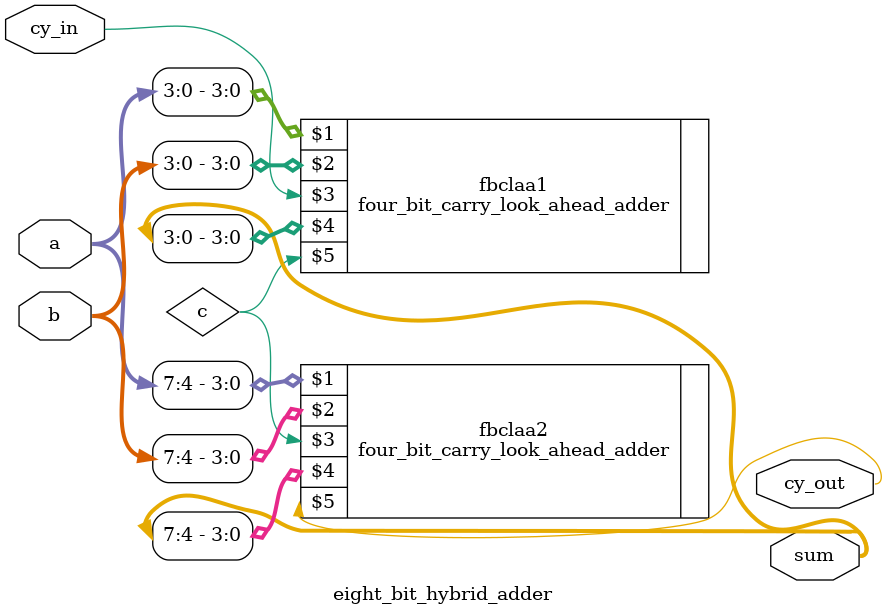
<source format=v>
`timescale 1ns / 1ps
module eight_bit_hybrid_adder(
    input [7:0] a,
    input [7:0] b,
    input cy_in,
    output [7:0] sum,
    output cy_out
    );
	 wire c;
	 four_bit_carry_look_ahead_adder fbclaa1(a[3:0] , b[3:0] , cy_in , sum[3:0] , c);
	 four_bit_carry_look_ahead_adder fbclaa2(a[7:4] , b[7:4] , c , sum[7:4] , cy_out);
endmodule

</source>
